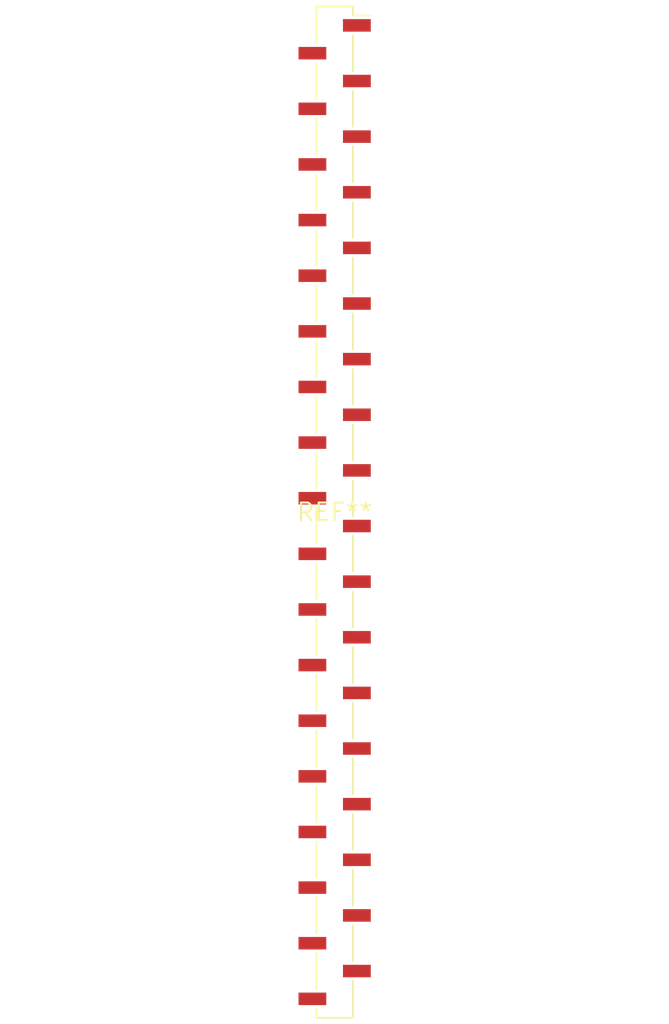
<source format=kicad_pcb>
(kicad_pcb (version 20240108) (generator pcbnew)
  (layers (0 "F.Cu" signal) (31 "B.Cu" signal) (34 "B.Paste" user) (35 "F.Paste" user) (36 "B.SilkS" user "B.Silkscreen") (37 "F.SilkS" user "F.Silkscreen") (38 "B.Mask" user) (39 "F.Mask" user) (44 "Edge.Cuts" user))
  (net 0 "")
  (footprint "PinSocket_1x36_P2.00mm_Vertical_SMD_Pin1Right" (layer "F.Cu") (at 0 0)
    (property "Reference" "REF**")
    (property "Value" "PinSocket_1x36_P2.00mm_Vertical_SMD_Pin1Right")
    (fp_line (start -1.31 -36.36) (end -1.31 -33.71) (layer "F.SilkS") (stroke (width 0.12)))
    (fp_line (start -1.31 -36.36) (end 1.31 -36.36) (layer "F.SilkS") (stroke (width 0.12)))
    (fp_line (start -1.31 -32.29) (end -1.31 -29.71) (layer "F.SilkS") (stroke (width 0.12)))
    (fp_line (start -1.31 -28.29) (end -1.31 -25.71) (layer "F.SilkS") (stroke (width 0.12)))
    (fp_line (start -1.31 -24.29) (end -1.31 -21.71) (layer "F.SilkS") (stroke (width 0.12)))
    (fp_line (start -1.31 -20.29) (end -1.31 -17.71) (layer "F.SilkS") (stroke (width 0.12)))
    (fp_line (start -1.31 -16.29) (end -1.31 -13.71) (layer "F.SilkS") (stroke (width 0.12)))
    (fp_line (start -1.31 -12.29) (end -1.31 -9.71) (layer "F.SilkS") (stroke (width 0.12)))
    (fp_line (start -1.31 -8.29) (end -1.31 -5.71) (layer "F.SilkS") (stroke (width 0.12)))
    (fp_line (start -1.31 -4.29) (end -1.31 -1.71) (layer "F.SilkS") (stroke (width 0.12)))
    (fp_line (start -1.31 -0.29) (end -1.31 2.29) (layer "F.SilkS") (stroke (width 0.12)))
    (fp_line (start -1.31 3.71) (end -1.31 6.29) (layer "F.SilkS") (stroke (width 0.12)))
    (fp_line (start -1.31 7.71) (end -1.31 10.29) (layer "F.SilkS") (stroke (width 0.12)))
    (fp_line (start -1.31 11.71) (end -1.31 14.29) (layer "F.SilkS") (stroke (width 0.12)))
    (fp_line (start -1.31 15.71) (end -1.31 18.29) (layer "F.SilkS") (stroke (width 0.12)))
    (fp_line (start -1.31 19.71) (end -1.31 22.29) (layer "F.SilkS") (stroke (width 0.12)))
    (fp_line (start -1.31 23.71) (end -1.31 26.29) (layer "F.SilkS") (stroke (width 0.12)))
    (fp_line (start -1.31 27.71) (end -1.31 30.29) (layer "F.SilkS") (stroke (width 0.12)))
    (fp_line (start -1.31 31.71) (end -1.31 34.29) (layer "F.SilkS") (stroke (width 0.12)))
    (fp_line (start -1.31 35.71) (end -1.31 36.36) (layer "F.SilkS") (stroke (width 0.12)))
    (fp_line (start -1.31 36.36) (end 1.31 36.36) (layer "F.SilkS") (stroke (width 0.12)))
    (fp_line (start 1.31 -36.36) (end 1.31 -35.71) (layer "F.SilkS") (stroke (width 0.12)))
    (fp_line (start 1.31 -35.71) (end 2.54 -35.71) (layer "F.SilkS") (stroke (width 0.12)))
    (fp_line (start 1.31 -34.29) (end 1.31 -31.71) (layer "F.SilkS") (stroke (width 0.12)))
    (fp_line (start 1.31 -30.29) (end 1.31 -27.71) (layer "F.SilkS") (stroke (width 0.12)))
    (fp_line (start 1.31 -26.29) (end 1.31 -23.71) (layer "F.SilkS") (stroke (width 0.12)))
    (fp_line (start 1.31 -22.29) (end 1.31 -19.71) (layer "F.SilkS") (stroke (width 0.12)))
    (fp_line (start 1.31 -18.29) (end 1.31 -15.71) (layer "F.SilkS") (stroke (width 0.12)))
    (fp_line (start 1.31 -14.29) (end 1.31 -11.71) (layer "F.SilkS") (stroke (width 0.12)))
    (fp_line (start 1.31 -10.29) (end 1.31 -7.71) (layer "F.SilkS") (stroke (width 0.12)))
    (fp_line (start 1.31 -6.29) (end 1.31 -3.71) (layer "F.SilkS") (stroke (width 0.12)))
    (fp_line (start 1.31 -2.29) (end 1.31 0.29) (layer "F.SilkS") (stroke (width 0.12)))
    (fp_line (start 1.31 1.71) (end 1.31 4.29) (layer "F.SilkS") (stroke (width 0.12)))
    (fp_line (start 1.31 5.71) (end 1.31 8.29) (layer "F.SilkS") (stroke (width 0.12)))
    (fp_line (start 1.31 9.71) (end 1.31 12.29) (layer "F.SilkS") (stroke (width 0.12)))
    (fp_line (start 1.31 13.71) (end 1.31 16.29) (layer "F.SilkS") (stroke (width 0.12)))
    (fp_line (start 1.31 17.71) (end 1.31 20.29) (layer "F.SilkS") (stroke (width 0.12)))
    (fp_line (start 1.31 21.71) (end 1.31 24.29) (layer "F.SilkS") (stroke (width 0.12)))
    (fp_line (start 1.31 25.71) (end 1.31 28.29) (layer "F.SilkS") (stroke (width 0.12)))
    (fp_line (start 1.31 29.71) (end 1.31 32.29) (layer "F.SilkS") (stroke (width 0.12)))
    (fp_line (start 1.31 33.71) (end 1.31 36.36) (layer "F.SilkS") (stroke (width 0.12)))
    (pad "1" smd rect (at 1.6 -35) (size 2 0.9) (layers "F.Cu" "F.Paste" "F.Mask"))
    (pad "2" smd rect (at -1.6 -33) (size 2 0.9) (layers "F.Cu" "F.Paste" "F.Mask"))
    (pad "3" smd rect (at 1.6 -31) (size 2 0.9) (layers "F.Cu" "F.Paste" "F.Mask"))
    (pad "4" smd rect (at -1.6 -29) (size 2 0.9) (layers "F.Cu" "F.Paste" "F.Mask"))
    (pad "5" smd rect (at 1.6 -27) (size 2 0.9) (layers "F.Cu" "F.Paste" "F.Mask"))
    (pad "6" smd rect (at -1.6 -25) (size 2 0.9) (layers "F.Cu" "F.Paste" "F.Mask"))
    (pad "7" smd rect (at 1.6 -23) (size 2 0.9) (layers "F.Cu" "F.Paste" "F.Mask"))
    (pad "8" smd rect (at -1.6 -21) (size 2 0.9) (layers "F.Cu" "F.Paste" "F.Mask"))
    (pad "9" smd rect (at 1.6 -19) (size 2 0.9) (layers "F.Cu" "F.Paste" "F.Mask"))
    (pad "10" smd rect (at -1.6 -17) (size 2 0.9) (layers "F.Cu" "F.Paste" "F.Mask"))
    (pad "11" smd rect (at 1.6 -15) (size 2 0.9) (layers "F.Cu" "F.Paste" "F.Mask"))
    (pad "12" smd rect (at -1.6 -13) (size 2 0.9) (layers "F.Cu" "F.Paste" "F.Mask"))
    (pad "13" smd rect (at 1.6 -11) (size 2 0.9) (layers "F.Cu" "F.Paste" "F.Mask"))
    (pad "14" smd rect (at -1.6 -9) (size 2 0.9) (layers "F.Cu" "F.Paste" "F.Mask"))
    (pad "15" smd rect (at 1.6 -7) (size 2 0.9) (layers "F.Cu" "F.Paste" "F.Mask"))
    (pad "16" smd rect (at -1.6 -5) (size 2 0.9) (layers "F.Cu" "F.Paste" "F.Mask"))
    (pad "17" smd rect (at 1.6 -3) (size 2 0.9) (layers "F.Cu" "F.Paste" "F.Mask"))
    (pad "18" smd rect (at -1.6 -1) (size 2 0.9) (layers "F.Cu" "F.Paste" "F.Mask"))
    (pad "19" smd rect (at 1.6 1) (size 2 0.9) (layers "F.Cu" "F.Paste" "F.Mask"))
    (pad "20" smd rect (at -1.6 3) (size 2 0.9) (layers "F.Cu" "F.Paste" "F.Mask"))
    (pad "21" smd rect (at 1.6 5) (size 2 0.9) (layers "F.Cu" "F.Paste" "F.Mask"))
    (pad "22" smd rect (at -1.6 7) (size 2 0.9) (layers "F.Cu" "F.Paste" "F.Mask"))
    (pad "23" smd rect (at 1.6 9) (size 2 0.9) (layers "F.Cu" "F.Paste" "F.Mask"))
    (pad "24" smd rect (at -1.6 11) (size 2 0.9) (layers "F.Cu" "F.Paste" "F.Mask"))
    (pad "25" smd rect (at 1.6 13) (size 2 0.9) (layers "F.Cu" "F.Paste" "F.Mask"))
    (pad "26" smd rect (at -1.6 15) (size 2 0.9) (layers "F.Cu" "F.Paste" "F.Mask"))
    (pad "27" smd rect (at 1.6 17) (size 2 0.9) (layers "F.Cu" "F.Paste" "F.Mask"))
    (pad "28" smd rect (at -1.6 19) (size 2 0.9) (layers "F.Cu" "F.Paste" "F.Mask"))
    (pad "29" smd rect (at 1.6 21) (size 2 0.9) (layers "F.Cu" "F.Paste" "F.Mask"))
    (pad "30" smd rect (at -1.6 23) (size 2 0.9) (layers "F.Cu" "F.Paste" "F.Mask"))
    (pad "31" smd rect (at 1.6 25) (size 2 0.9) (layers "F.Cu" "F.Paste" "F.Mask"))
    (pad "32" smd rect (at -1.6 27) (size 2 0.9) (layers "F.Cu" "F.Paste" "F.Mask"))
    (pad "33" smd rect (at 1.6 29) (size 2 0.9) (layers "F.Cu" "F.Paste" "F.Mask"))
    (pad "34" smd rect (at -1.6 31) (size 2 0.9) (layers "F.Cu" "F.Paste" "F.Mask"))
    (pad "35" smd rect (at 1.6 33) (size 2 0.9) (layers "F.Cu" "F.Paste" "F.Mask"))
    (pad "36" smd rect (at -1.6 35) (size 2 0.9) (layers "F.Cu" "F.Paste" "F.Mask"))
  )
)
</source>
